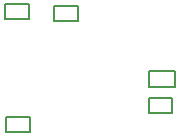
<source format=gbr>
G04*
G04 #@! TF.GenerationSoftware,Altium Limited,Altium Designer,23.3.1 (30)*
G04*
G04 Layer_Color=32768*
%FSLAX25Y25*%
%MOIN*%
G70*
G04*
G04 #@! TF.SameCoordinates,9E9A1B20-5B00-4279-B210-449FD35A5861*
G04*
G04*
G04 #@! TF.FilePolarity,Positive*
G04*
G01*
G75*
%ADD10C,0.00787*%
D10*
X236865Y190492D02*
Y195413D01*
X228991Y190492D02*
X236865D01*
X228991D02*
Y195413D01*
X236865D01*
X181420Y184365D02*
Y189286D01*
X189294D01*
Y184365D02*
Y189286D01*
X181420Y184365D02*
X189294D01*
X197449Y221242D02*
Y226164D01*
X205323D01*
Y221242D02*
Y226164D01*
X197449Y221242D02*
X205323D01*
X237712Y199190D02*
Y204702D01*
X229050Y199190D02*
X237712D01*
X229050D02*
Y204702D01*
X237712D01*
X181258Y221940D02*
Y226861D01*
X189132D01*
Y221940D02*
Y226861D01*
X181258Y221940D02*
X189132D01*
M02*

</source>
